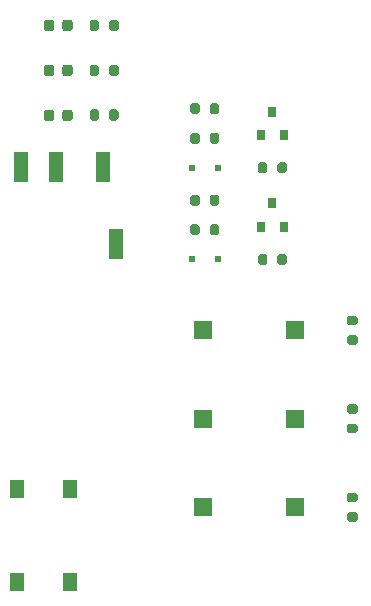
<source format=gtp>
%TF.GenerationSoftware,KiCad,Pcbnew,(5.1.10)-1*%
%TF.CreationDate,2021-11-05T01:01:10-05:00*%
%TF.ProjectId,KVLShield,4b564c53-6869-4656-9c64-2e6b69636164,1.0*%
%TF.SameCoordinates,Original*%
%TF.FileFunction,Paste,Top*%
%TF.FilePolarity,Positive*%
%FSLAX46Y46*%
G04 Gerber Fmt 4.6, Leading zero omitted, Abs format (unit mm)*
G04 Created by KiCad (PCBNEW (5.1.10)-1) date 2021-11-05 01:01:10*
%MOMM*%
%LPD*%
G01*
G04 APERTURE LIST*
%ADD10R,1.500000X1.500000*%
%ADD11R,1.200000X2.500000*%
%ADD12R,1.300000X1.550000*%
%ADD13R,0.800000X0.900000*%
%ADD14R,0.500000X0.500000*%
G04 APERTURE END LIST*
D10*
%TO.C,SW4*%
X137398000Y-116365000D03*
X129598000Y-116365000D03*
%TD*%
%TO.C,SW3*%
X137398000Y-108865000D03*
X129598000Y-108865000D03*
%TD*%
%TO.C,SW2*%
X137398000Y-101365000D03*
X129598000Y-101365000D03*
%TD*%
D11*
%TO.C,J3*%
X114173000Y-87555000D03*
X117173000Y-87555000D03*
X121173000Y-87555000D03*
X122273000Y-94055000D03*
%TD*%
D12*
%TO.C,SW1*%
X113828000Y-122720000D03*
X118328000Y-122720000D03*
X118328000Y-114770000D03*
X113828000Y-114770000D03*
%TD*%
D13*
%TO.C,Q1*%
X135498000Y-82865000D03*
X136448000Y-84865000D03*
X134548000Y-84865000D03*
%TD*%
%TO.C,R12*%
G36*
G01*
X141973000Y-116790000D02*
X142523000Y-116790000D01*
G75*
G02*
X142723000Y-116990000I0J-200000D01*
G01*
X142723000Y-117390000D01*
G75*
G02*
X142523000Y-117590000I-200000J0D01*
G01*
X141973000Y-117590000D01*
G75*
G02*
X141773000Y-117390000I0J200000D01*
G01*
X141773000Y-116990000D01*
G75*
G02*
X141973000Y-116790000I200000J0D01*
G01*
G37*
G36*
G01*
X141973000Y-115140000D02*
X142523000Y-115140000D01*
G75*
G02*
X142723000Y-115340000I0J-200000D01*
G01*
X142723000Y-115740000D01*
G75*
G02*
X142523000Y-115940000I-200000J0D01*
G01*
X141973000Y-115940000D01*
G75*
G02*
X141773000Y-115740000I0J200000D01*
G01*
X141773000Y-115340000D01*
G75*
G02*
X141973000Y-115140000I200000J0D01*
G01*
G37*
%TD*%
%TO.C,R11*%
G36*
G01*
X141973000Y-109290000D02*
X142523000Y-109290000D01*
G75*
G02*
X142723000Y-109490000I0J-200000D01*
G01*
X142723000Y-109890000D01*
G75*
G02*
X142523000Y-110090000I-200000J0D01*
G01*
X141973000Y-110090000D01*
G75*
G02*
X141773000Y-109890000I0J200000D01*
G01*
X141773000Y-109490000D01*
G75*
G02*
X141973000Y-109290000I200000J0D01*
G01*
G37*
G36*
G01*
X141973000Y-107640000D02*
X142523000Y-107640000D01*
G75*
G02*
X142723000Y-107840000I0J-200000D01*
G01*
X142723000Y-108240000D01*
G75*
G02*
X142523000Y-108440000I-200000J0D01*
G01*
X141973000Y-108440000D01*
G75*
G02*
X141773000Y-108240000I0J200000D01*
G01*
X141773000Y-107840000D01*
G75*
G02*
X141973000Y-107640000I200000J0D01*
G01*
G37*
%TD*%
%TO.C,R10*%
G36*
G01*
X141973000Y-101790000D02*
X142523000Y-101790000D01*
G75*
G02*
X142723000Y-101990000I0J-200000D01*
G01*
X142723000Y-102390000D01*
G75*
G02*
X142523000Y-102590000I-200000J0D01*
G01*
X141973000Y-102590000D01*
G75*
G02*
X141773000Y-102390000I0J200000D01*
G01*
X141773000Y-101990000D01*
G75*
G02*
X141973000Y-101790000I200000J0D01*
G01*
G37*
G36*
G01*
X141973000Y-100140000D02*
X142523000Y-100140000D01*
G75*
G02*
X142723000Y-100340000I0J-200000D01*
G01*
X142723000Y-100740000D01*
G75*
G02*
X142523000Y-100940000I-200000J0D01*
G01*
X141973000Y-100940000D01*
G75*
G02*
X141773000Y-100740000I0J200000D01*
G01*
X141773000Y-100340000D01*
G75*
G02*
X141973000Y-100140000I200000J0D01*
G01*
G37*
%TD*%
D14*
%TO.C,D2*%
X128648000Y-95365000D03*
X130848000Y-95365000D03*
%TD*%
%TO.C,D1*%
X128648000Y-87615000D03*
X130848000Y-87615000D03*
%TD*%
%TO.C,R9*%
G36*
G01*
X120823000Y-82870000D02*
X120823000Y-83420000D01*
G75*
G02*
X120623000Y-83620000I-200000J0D01*
G01*
X120223000Y-83620000D01*
G75*
G02*
X120023000Y-83420000I0J200000D01*
G01*
X120023000Y-82870000D01*
G75*
G02*
X120223000Y-82670000I200000J0D01*
G01*
X120623000Y-82670000D01*
G75*
G02*
X120823000Y-82870000I0J-200000D01*
G01*
G37*
G36*
G01*
X122473000Y-82870000D02*
X122473000Y-83420000D01*
G75*
G02*
X122273000Y-83620000I-200000J0D01*
G01*
X121873000Y-83620000D01*
G75*
G02*
X121673000Y-83420000I0J200000D01*
G01*
X121673000Y-82870000D01*
G75*
G02*
X121873000Y-82670000I200000J0D01*
G01*
X122273000Y-82670000D01*
G75*
G02*
X122473000Y-82870000I0J-200000D01*
G01*
G37*
%TD*%
%TO.C,D5*%
G36*
G01*
X117698000Y-83441250D02*
X117698000Y-82928750D01*
G75*
G02*
X117916750Y-82710000I218750J0D01*
G01*
X118354250Y-82710000D01*
G75*
G02*
X118573000Y-82928750I0J-218750D01*
G01*
X118573000Y-83441250D01*
G75*
G02*
X118354250Y-83660000I-218750J0D01*
G01*
X117916750Y-83660000D01*
G75*
G02*
X117698000Y-83441250I0J218750D01*
G01*
G37*
G36*
G01*
X116123000Y-83441250D02*
X116123000Y-82928750D01*
G75*
G02*
X116341750Y-82710000I218750J0D01*
G01*
X116779250Y-82710000D01*
G75*
G02*
X116998000Y-82928750I0J-218750D01*
G01*
X116998000Y-83441250D01*
G75*
G02*
X116779250Y-83660000I-218750J0D01*
G01*
X116341750Y-83660000D01*
G75*
G02*
X116123000Y-83441250I0J218750D01*
G01*
G37*
%TD*%
%TO.C,D4*%
G36*
G01*
X117698000Y-79631250D02*
X117698000Y-79118750D01*
G75*
G02*
X117916750Y-78900000I218750J0D01*
G01*
X118354250Y-78900000D01*
G75*
G02*
X118573000Y-79118750I0J-218750D01*
G01*
X118573000Y-79631250D01*
G75*
G02*
X118354250Y-79850000I-218750J0D01*
G01*
X117916750Y-79850000D01*
G75*
G02*
X117698000Y-79631250I0J218750D01*
G01*
G37*
G36*
G01*
X116123000Y-79631250D02*
X116123000Y-79118750D01*
G75*
G02*
X116341750Y-78900000I218750J0D01*
G01*
X116779250Y-78900000D01*
G75*
G02*
X116998000Y-79118750I0J-218750D01*
G01*
X116998000Y-79631250D01*
G75*
G02*
X116779250Y-79850000I-218750J0D01*
G01*
X116341750Y-79850000D01*
G75*
G02*
X116123000Y-79631250I0J218750D01*
G01*
G37*
%TD*%
%TO.C,D3*%
G36*
G01*
X117698000Y-75821250D02*
X117698000Y-75308750D01*
G75*
G02*
X117916750Y-75090000I218750J0D01*
G01*
X118354250Y-75090000D01*
G75*
G02*
X118573000Y-75308750I0J-218750D01*
G01*
X118573000Y-75821250D01*
G75*
G02*
X118354250Y-76040000I-218750J0D01*
G01*
X117916750Y-76040000D01*
G75*
G02*
X117698000Y-75821250I0J218750D01*
G01*
G37*
G36*
G01*
X116123000Y-75821250D02*
X116123000Y-75308750D01*
G75*
G02*
X116341750Y-75090000I218750J0D01*
G01*
X116779250Y-75090000D01*
G75*
G02*
X116998000Y-75308750I0J-218750D01*
G01*
X116998000Y-75821250D01*
G75*
G02*
X116779250Y-76040000I-218750J0D01*
G01*
X116341750Y-76040000D01*
G75*
G02*
X116123000Y-75821250I0J218750D01*
G01*
G37*
%TD*%
D13*
%TO.C,Q2*%
X135498000Y-90615000D03*
X136448000Y-92615000D03*
X134548000Y-92615000D03*
%TD*%
%TO.C,R8*%
G36*
G01*
X120823000Y-79100000D02*
X120823000Y-79650000D01*
G75*
G02*
X120623000Y-79850000I-200000J0D01*
G01*
X120223000Y-79850000D01*
G75*
G02*
X120023000Y-79650000I0J200000D01*
G01*
X120023000Y-79100000D01*
G75*
G02*
X120223000Y-78900000I200000J0D01*
G01*
X120623000Y-78900000D01*
G75*
G02*
X120823000Y-79100000I0J-200000D01*
G01*
G37*
G36*
G01*
X122473000Y-79100000D02*
X122473000Y-79650000D01*
G75*
G02*
X122273000Y-79850000I-200000J0D01*
G01*
X121873000Y-79850000D01*
G75*
G02*
X121673000Y-79650000I0J200000D01*
G01*
X121673000Y-79100000D01*
G75*
G02*
X121873000Y-78900000I200000J0D01*
G01*
X122273000Y-78900000D01*
G75*
G02*
X122473000Y-79100000I0J-200000D01*
G01*
G37*
%TD*%
%TO.C,R7*%
G36*
G01*
X120823000Y-75290000D02*
X120823000Y-75840000D01*
G75*
G02*
X120623000Y-76040000I-200000J0D01*
G01*
X120223000Y-76040000D01*
G75*
G02*
X120023000Y-75840000I0J200000D01*
G01*
X120023000Y-75290000D01*
G75*
G02*
X120223000Y-75090000I200000J0D01*
G01*
X120623000Y-75090000D01*
G75*
G02*
X120823000Y-75290000I0J-200000D01*
G01*
G37*
G36*
G01*
X122473000Y-75290000D02*
X122473000Y-75840000D01*
G75*
G02*
X122273000Y-76040000I-200000J0D01*
G01*
X121873000Y-76040000D01*
G75*
G02*
X121673000Y-75840000I0J200000D01*
G01*
X121673000Y-75290000D01*
G75*
G02*
X121873000Y-75090000I200000J0D01*
G01*
X122273000Y-75090000D01*
G75*
G02*
X122473000Y-75290000I0J-200000D01*
G01*
G37*
%TD*%
%TO.C,R6*%
G36*
G01*
X135073000Y-95090000D02*
X135073000Y-95640000D01*
G75*
G02*
X134873000Y-95840000I-200000J0D01*
G01*
X134473000Y-95840000D01*
G75*
G02*
X134273000Y-95640000I0J200000D01*
G01*
X134273000Y-95090000D01*
G75*
G02*
X134473000Y-94890000I200000J0D01*
G01*
X134873000Y-94890000D01*
G75*
G02*
X135073000Y-95090000I0J-200000D01*
G01*
G37*
G36*
G01*
X136723000Y-95090000D02*
X136723000Y-95640000D01*
G75*
G02*
X136523000Y-95840000I-200000J0D01*
G01*
X136123000Y-95840000D01*
G75*
G02*
X135923000Y-95640000I0J200000D01*
G01*
X135923000Y-95090000D01*
G75*
G02*
X136123000Y-94890000I200000J0D01*
G01*
X136523000Y-94890000D01*
G75*
G02*
X136723000Y-95090000I0J-200000D01*
G01*
G37*
%TD*%
%TO.C,R5*%
G36*
G01*
X130173000Y-93140000D02*
X130173000Y-92590000D01*
G75*
G02*
X130373000Y-92390000I200000J0D01*
G01*
X130773000Y-92390000D01*
G75*
G02*
X130973000Y-92590000I0J-200000D01*
G01*
X130973000Y-93140000D01*
G75*
G02*
X130773000Y-93340000I-200000J0D01*
G01*
X130373000Y-93340000D01*
G75*
G02*
X130173000Y-93140000I0J200000D01*
G01*
G37*
G36*
G01*
X128523000Y-93140000D02*
X128523000Y-92590000D01*
G75*
G02*
X128723000Y-92390000I200000J0D01*
G01*
X129123000Y-92390000D01*
G75*
G02*
X129323000Y-92590000I0J-200000D01*
G01*
X129323000Y-93140000D01*
G75*
G02*
X129123000Y-93340000I-200000J0D01*
G01*
X128723000Y-93340000D01*
G75*
G02*
X128523000Y-93140000I0J200000D01*
G01*
G37*
%TD*%
%TO.C,R4*%
G36*
G01*
X130173000Y-90640000D02*
X130173000Y-90090000D01*
G75*
G02*
X130373000Y-89890000I200000J0D01*
G01*
X130773000Y-89890000D01*
G75*
G02*
X130973000Y-90090000I0J-200000D01*
G01*
X130973000Y-90640000D01*
G75*
G02*
X130773000Y-90840000I-200000J0D01*
G01*
X130373000Y-90840000D01*
G75*
G02*
X130173000Y-90640000I0J200000D01*
G01*
G37*
G36*
G01*
X128523000Y-90640000D02*
X128523000Y-90090000D01*
G75*
G02*
X128723000Y-89890000I200000J0D01*
G01*
X129123000Y-89890000D01*
G75*
G02*
X129323000Y-90090000I0J-200000D01*
G01*
X129323000Y-90640000D01*
G75*
G02*
X129123000Y-90840000I-200000J0D01*
G01*
X128723000Y-90840000D01*
G75*
G02*
X128523000Y-90640000I0J200000D01*
G01*
G37*
%TD*%
%TO.C,R3*%
G36*
G01*
X135073000Y-87340000D02*
X135073000Y-87890000D01*
G75*
G02*
X134873000Y-88090000I-200000J0D01*
G01*
X134473000Y-88090000D01*
G75*
G02*
X134273000Y-87890000I0J200000D01*
G01*
X134273000Y-87340000D01*
G75*
G02*
X134473000Y-87140000I200000J0D01*
G01*
X134873000Y-87140000D01*
G75*
G02*
X135073000Y-87340000I0J-200000D01*
G01*
G37*
G36*
G01*
X136723000Y-87340000D02*
X136723000Y-87890000D01*
G75*
G02*
X136523000Y-88090000I-200000J0D01*
G01*
X136123000Y-88090000D01*
G75*
G02*
X135923000Y-87890000I0J200000D01*
G01*
X135923000Y-87340000D01*
G75*
G02*
X136123000Y-87140000I200000J0D01*
G01*
X136523000Y-87140000D01*
G75*
G02*
X136723000Y-87340000I0J-200000D01*
G01*
G37*
%TD*%
%TO.C,R2*%
G36*
G01*
X130173000Y-85390000D02*
X130173000Y-84840000D01*
G75*
G02*
X130373000Y-84640000I200000J0D01*
G01*
X130773000Y-84640000D01*
G75*
G02*
X130973000Y-84840000I0J-200000D01*
G01*
X130973000Y-85390000D01*
G75*
G02*
X130773000Y-85590000I-200000J0D01*
G01*
X130373000Y-85590000D01*
G75*
G02*
X130173000Y-85390000I0J200000D01*
G01*
G37*
G36*
G01*
X128523000Y-85390000D02*
X128523000Y-84840000D01*
G75*
G02*
X128723000Y-84640000I200000J0D01*
G01*
X129123000Y-84640000D01*
G75*
G02*
X129323000Y-84840000I0J-200000D01*
G01*
X129323000Y-85390000D01*
G75*
G02*
X129123000Y-85590000I-200000J0D01*
G01*
X128723000Y-85590000D01*
G75*
G02*
X128523000Y-85390000I0J200000D01*
G01*
G37*
%TD*%
%TO.C,R1*%
G36*
G01*
X130173000Y-82890000D02*
X130173000Y-82340000D01*
G75*
G02*
X130373000Y-82140000I200000J0D01*
G01*
X130773000Y-82140000D01*
G75*
G02*
X130973000Y-82340000I0J-200000D01*
G01*
X130973000Y-82890000D01*
G75*
G02*
X130773000Y-83090000I-200000J0D01*
G01*
X130373000Y-83090000D01*
G75*
G02*
X130173000Y-82890000I0J200000D01*
G01*
G37*
G36*
G01*
X128523000Y-82890000D02*
X128523000Y-82340000D01*
G75*
G02*
X128723000Y-82140000I200000J0D01*
G01*
X129123000Y-82140000D01*
G75*
G02*
X129323000Y-82340000I0J-200000D01*
G01*
X129323000Y-82890000D01*
G75*
G02*
X129123000Y-83090000I-200000J0D01*
G01*
X128723000Y-83090000D01*
G75*
G02*
X128523000Y-82890000I0J200000D01*
G01*
G37*
%TD*%
M02*

</source>
